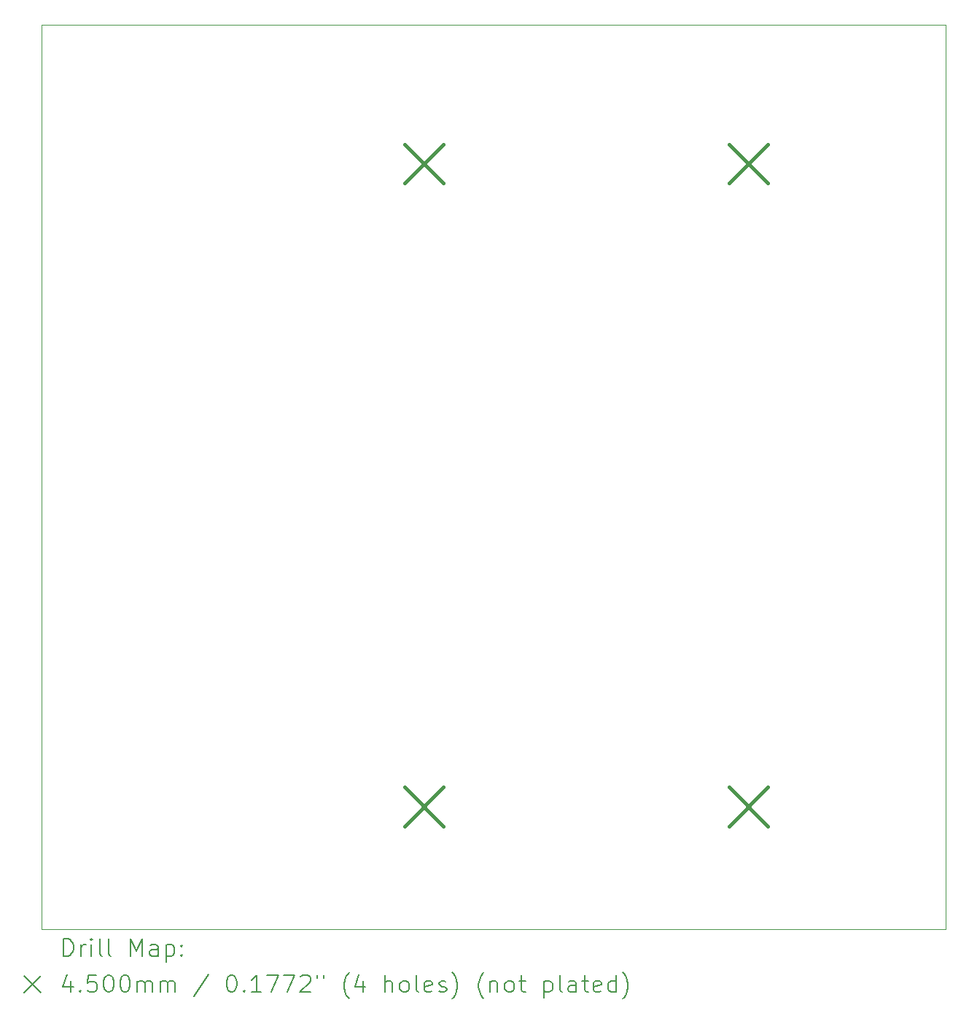
<source format=gbr>
%TF.GenerationSoftware,KiCad,Pcbnew,9.0.7-9.0.7~ubuntu24.04.1*%
%TF.CreationDate,2026-02-08T18:37:26+03:00*%
%TF.ProjectId,Linear_PowerSup_v1,4c696e65-6172-45f5-906f-776572537570,rev?*%
%TF.SameCoordinates,Original*%
%TF.FileFunction,Drillmap*%
%TF.FilePolarity,Positive*%
%FSLAX45Y45*%
G04 Gerber Fmt 4.5, Leading zero omitted, Abs format (unit mm)*
G04 Created by KiCad (PCBNEW 9.0.7-9.0.7~ubuntu24.04.1) date 2026-02-08 18:37:26*
%MOMM*%
%LPD*%
G01*
G04 APERTURE LIST*
%ADD10C,0.050000*%
%ADD11C,0.200000*%
%ADD12C,0.450000*%
G04 APERTURE END LIST*
D10*
X7000000Y-3900000D02*
X17500000Y-3900000D01*
X7000000Y-14400000D02*
X7000000Y-3900000D01*
X17500000Y-14400000D02*
X7000000Y-14400000D01*
X17500000Y-3900000D02*
X17500000Y-14400000D01*
D11*
D12*
X11215000Y-5292500D02*
X11665000Y-5742500D01*
X11665000Y-5292500D02*
X11215000Y-5742500D01*
X11215000Y-12755000D02*
X11665000Y-13205000D01*
X11665000Y-12755000D02*
X11215000Y-13205000D01*
X14985000Y-12755000D02*
X15435000Y-13205000D01*
X15435000Y-12755000D02*
X14985000Y-13205000D01*
X14985018Y-5294730D02*
X15435018Y-5744730D01*
X15435018Y-5294730D02*
X14985018Y-5744730D01*
D11*
X7258277Y-14713984D02*
X7258277Y-14513984D01*
X7258277Y-14513984D02*
X7305896Y-14513984D01*
X7305896Y-14513984D02*
X7334467Y-14523508D01*
X7334467Y-14523508D02*
X7353515Y-14542555D01*
X7353515Y-14542555D02*
X7363039Y-14561603D01*
X7363039Y-14561603D02*
X7372562Y-14599698D01*
X7372562Y-14599698D02*
X7372562Y-14628269D01*
X7372562Y-14628269D02*
X7363039Y-14666365D01*
X7363039Y-14666365D02*
X7353515Y-14685412D01*
X7353515Y-14685412D02*
X7334467Y-14704460D01*
X7334467Y-14704460D02*
X7305896Y-14713984D01*
X7305896Y-14713984D02*
X7258277Y-14713984D01*
X7458277Y-14713984D02*
X7458277Y-14580650D01*
X7458277Y-14618746D02*
X7467801Y-14599698D01*
X7467801Y-14599698D02*
X7477324Y-14590174D01*
X7477324Y-14590174D02*
X7496372Y-14580650D01*
X7496372Y-14580650D02*
X7515420Y-14580650D01*
X7582086Y-14713984D02*
X7582086Y-14580650D01*
X7582086Y-14513984D02*
X7572562Y-14523508D01*
X7572562Y-14523508D02*
X7582086Y-14533031D01*
X7582086Y-14533031D02*
X7591610Y-14523508D01*
X7591610Y-14523508D02*
X7582086Y-14513984D01*
X7582086Y-14513984D02*
X7582086Y-14533031D01*
X7705896Y-14713984D02*
X7686848Y-14704460D01*
X7686848Y-14704460D02*
X7677324Y-14685412D01*
X7677324Y-14685412D02*
X7677324Y-14513984D01*
X7810658Y-14713984D02*
X7791610Y-14704460D01*
X7791610Y-14704460D02*
X7782086Y-14685412D01*
X7782086Y-14685412D02*
X7782086Y-14513984D01*
X8039229Y-14713984D02*
X8039229Y-14513984D01*
X8039229Y-14513984D02*
X8105896Y-14656841D01*
X8105896Y-14656841D02*
X8172562Y-14513984D01*
X8172562Y-14513984D02*
X8172562Y-14713984D01*
X8353515Y-14713984D02*
X8353515Y-14609222D01*
X8353515Y-14609222D02*
X8343991Y-14590174D01*
X8343991Y-14590174D02*
X8324943Y-14580650D01*
X8324943Y-14580650D02*
X8286848Y-14580650D01*
X8286848Y-14580650D02*
X8267801Y-14590174D01*
X8353515Y-14704460D02*
X8334467Y-14713984D01*
X8334467Y-14713984D02*
X8286848Y-14713984D01*
X8286848Y-14713984D02*
X8267801Y-14704460D01*
X8267801Y-14704460D02*
X8258277Y-14685412D01*
X8258277Y-14685412D02*
X8258277Y-14666365D01*
X8258277Y-14666365D02*
X8267801Y-14647317D01*
X8267801Y-14647317D02*
X8286848Y-14637793D01*
X8286848Y-14637793D02*
X8334467Y-14637793D01*
X8334467Y-14637793D02*
X8353515Y-14628269D01*
X8448753Y-14580650D02*
X8448753Y-14780650D01*
X8448753Y-14590174D02*
X8467801Y-14580650D01*
X8467801Y-14580650D02*
X8505896Y-14580650D01*
X8505896Y-14580650D02*
X8524944Y-14590174D01*
X8524944Y-14590174D02*
X8534467Y-14599698D01*
X8534467Y-14599698D02*
X8543991Y-14618746D01*
X8543991Y-14618746D02*
X8543991Y-14675888D01*
X8543991Y-14675888D02*
X8534467Y-14694936D01*
X8534467Y-14694936D02*
X8524944Y-14704460D01*
X8524944Y-14704460D02*
X8505896Y-14713984D01*
X8505896Y-14713984D02*
X8467801Y-14713984D01*
X8467801Y-14713984D02*
X8448753Y-14704460D01*
X8629705Y-14694936D02*
X8639229Y-14704460D01*
X8639229Y-14704460D02*
X8629705Y-14713984D01*
X8629705Y-14713984D02*
X8620182Y-14704460D01*
X8620182Y-14704460D02*
X8629705Y-14694936D01*
X8629705Y-14694936D02*
X8629705Y-14713984D01*
X8629705Y-14590174D02*
X8639229Y-14599698D01*
X8639229Y-14599698D02*
X8629705Y-14609222D01*
X8629705Y-14609222D02*
X8620182Y-14599698D01*
X8620182Y-14599698D02*
X8629705Y-14590174D01*
X8629705Y-14590174D02*
X8629705Y-14609222D01*
X6797500Y-14942500D02*
X6997500Y-15142500D01*
X6997500Y-14942500D02*
X6797500Y-15142500D01*
X7343991Y-15000650D02*
X7343991Y-15133984D01*
X7296372Y-14924460D02*
X7248753Y-15067317D01*
X7248753Y-15067317D02*
X7372562Y-15067317D01*
X7448753Y-15114936D02*
X7458277Y-15124460D01*
X7458277Y-15124460D02*
X7448753Y-15133984D01*
X7448753Y-15133984D02*
X7439229Y-15124460D01*
X7439229Y-15124460D02*
X7448753Y-15114936D01*
X7448753Y-15114936D02*
X7448753Y-15133984D01*
X7639229Y-14933984D02*
X7543991Y-14933984D01*
X7543991Y-14933984D02*
X7534467Y-15029222D01*
X7534467Y-15029222D02*
X7543991Y-15019698D01*
X7543991Y-15019698D02*
X7563039Y-15010174D01*
X7563039Y-15010174D02*
X7610658Y-15010174D01*
X7610658Y-15010174D02*
X7629705Y-15019698D01*
X7629705Y-15019698D02*
X7639229Y-15029222D01*
X7639229Y-15029222D02*
X7648753Y-15048269D01*
X7648753Y-15048269D02*
X7648753Y-15095888D01*
X7648753Y-15095888D02*
X7639229Y-15114936D01*
X7639229Y-15114936D02*
X7629705Y-15124460D01*
X7629705Y-15124460D02*
X7610658Y-15133984D01*
X7610658Y-15133984D02*
X7563039Y-15133984D01*
X7563039Y-15133984D02*
X7543991Y-15124460D01*
X7543991Y-15124460D02*
X7534467Y-15114936D01*
X7772562Y-14933984D02*
X7791610Y-14933984D01*
X7791610Y-14933984D02*
X7810658Y-14943508D01*
X7810658Y-14943508D02*
X7820182Y-14953031D01*
X7820182Y-14953031D02*
X7829705Y-14972079D01*
X7829705Y-14972079D02*
X7839229Y-15010174D01*
X7839229Y-15010174D02*
X7839229Y-15057793D01*
X7839229Y-15057793D02*
X7829705Y-15095888D01*
X7829705Y-15095888D02*
X7820182Y-15114936D01*
X7820182Y-15114936D02*
X7810658Y-15124460D01*
X7810658Y-15124460D02*
X7791610Y-15133984D01*
X7791610Y-15133984D02*
X7772562Y-15133984D01*
X7772562Y-15133984D02*
X7753515Y-15124460D01*
X7753515Y-15124460D02*
X7743991Y-15114936D01*
X7743991Y-15114936D02*
X7734467Y-15095888D01*
X7734467Y-15095888D02*
X7724943Y-15057793D01*
X7724943Y-15057793D02*
X7724943Y-15010174D01*
X7724943Y-15010174D02*
X7734467Y-14972079D01*
X7734467Y-14972079D02*
X7743991Y-14953031D01*
X7743991Y-14953031D02*
X7753515Y-14943508D01*
X7753515Y-14943508D02*
X7772562Y-14933984D01*
X7963039Y-14933984D02*
X7982086Y-14933984D01*
X7982086Y-14933984D02*
X8001134Y-14943508D01*
X8001134Y-14943508D02*
X8010658Y-14953031D01*
X8010658Y-14953031D02*
X8020182Y-14972079D01*
X8020182Y-14972079D02*
X8029705Y-15010174D01*
X8029705Y-15010174D02*
X8029705Y-15057793D01*
X8029705Y-15057793D02*
X8020182Y-15095888D01*
X8020182Y-15095888D02*
X8010658Y-15114936D01*
X8010658Y-15114936D02*
X8001134Y-15124460D01*
X8001134Y-15124460D02*
X7982086Y-15133984D01*
X7982086Y-15133984D02*
X7963039Y-15133984D01*
X7963039Y-15133984D02*
X7943991Y-15124460D01*
X7943991Y-15124460D02*
X7934467Y-15114936D01*
X7934467Y-15114936D02*
X7924943Y-15095888D01*
X7924943Y-15095888D02*
X7915420Y-15057793D01*
X7915420Y-15057793D02*
X7915420Y-15010174D01*
X7915420Y-15010174D02*
X7924943Y-14972079D01*
X7924943Y-14972079D02*
X7934467Y-14953031D01*
X7934467Y-14953031D02*
X7943991Y-14943508D01*
X7943991Y-14943508D02*
X7963039Y-14933984D01*
X8115420Y-15133984D02*
X8115420Y-15000650D01*
X8115420Y-15019698D02*
X8124943Y-15010174D01*
X8124943Y-15010174D02*
X8143991Y-15000650D01*
X8143991Y-15000650D02*
X8172563Y-15000650D01*
X8172563Y-15000650D02*
X8191610Y-15010174D01*
X8191610Y-15010174D02*
X8201134Y-15029222D01*
X8201134Y-15029222D02*
X8201134Y-15133984D01*
X8201134Y-15029222D02*
X8210658Y-15010174D01*
X8210658Y-15010174D02*
X8229705Y-15000650D01*
X8229705Y-15000650D02*
X8258277Y-15000650D01*
X8258277Y-15000650D02*
X8277324Y-15010174D01*
X8277324Y-15010174D02*
X8286848Y-15029222D01*
X8286848Y-15029222D02*
X8286848Y-15133984D01*
X8382086Y-15133984D02*
X8382086Y-15000650D01*
X8382086Y-15019698D02*
X8391610Y-15010174D01*
X8391610Y-15010174D02*
X8410658Y-15000650D01*
X8410658Y-15000650D02*
X8439229Y-15000650D01*
X8439229Y-15000650D02*
X8458277Y-15010174D01*
X8458277Y-15010174D02*
X8467801Y-15029222D01*
X8467801Y-15029222D02*
X8467801Y-15133984D01*
X8467801Y-15029222D02*
X8477325Y-15010174D01*
X8477325Y-15010174D02*
X8496372Y-15000650D01*
X8496372Y-15000650D02*
X8524944Y-15000650D01*
X8524944Y-15000650D02*
X8543991Y-15010174D01*
X8543991Y-15010174D02*
X8553515Y-15029222D01*
X8553515Y-15029222D02*
X8553515Y-15133984D01*
X8943991Y-14924460D02*
X8772563Y-15181603D01*
X9201134Y-14933984D02*
X9220182Y-14933984D01*
X9220182Y-14933984D02*
X9239229Y-14943508D01*
X9239229Y-14943508D02*
X9248753Y-14953031D01*
X9248753Y-14953031D02*
X9258277Y-14972079D01*
X9258277Y-14972079D02*
X9267801Y-15010174D01*
X9267801Y-15010174D02*
X9267801Y-15057793D01*
X9267801Y-15057793D02*
X9258277Y-15095888D01*
X9258277Y-15095888D02*
X9248753Y-15114936D01*
X9248753Y-15114936D02*
X9239229Y-15124460D01*
X9239229Y-15124460D02*
X9220182Y-15133984D01*
X9220182Y-15133984D02*
X9201134Y-15133984D01*
X9201134Y-15133984D02*
X9182087Y-15124460D01*
X9182087Y-15124460D02*
X9172563Y-15114936D01*
X9172563Y-15114936D02*
X9163039Y-15095888D01*
X9163039Y-15095888D02*
X9153515Y-15057793D01*
X9153515Y-15057793D02*
X9153515Y-15010174D01*
X9153515Y-15010174D02*
X9163039Y-14972079D01*
X9163039Y-14972079D02*
X9172563Y-14953031D01*
X9172563Y-14953031D02*
X9182087Y-14943508D01*
X9182087Y-14943508D02*
X9201134Y-14933984D01*
X9353515Y-15114936D02*
X9363039Y-15124460D01*
X9363039Y-15124460D02*
X9353515Y-15133984D01*
X9353515Y-15133984D02*
X9343991Y-15124460D01*
X9343991Y-15124460D02*
X9353515Y-15114936D01*
X9353515Y-15114936D02*
X9353515Y-15133984D01*
X9553515Y-15133984D02*
X9439229Y-15133984D01*
X9496372Y-15133984D02*
X9496372Y-14933984D01*
X9496372Y-14933984D02*
X9477325Y-14962555D01*
X9477325Y-14962555D02*
X9458277Y-14981603D01*
X9458277Y-14981603D02*
X9439229Y-14991127D01*
X9620182Y-14933984D02*
X9753515Y-14933984D01*
X9753515Y-14933984D02*
X9667801Y-15133984D01*
X9810658Y-14933984D02*
X9943991Y-14933984D01*
X9943991Y-14933984D02*
X9858277Y-15133984D01*
X10010658Y-14953031D02*
X10020182Y-14943508D01*
X10020182Y-14943508D02*
X10039229Y-14933984D01*
X10039229Y-14933984D02*
X10086849Y-14933984D01*
X10086849Y-14933984D02*
X10105896Y-14943508D01*
X10105896Y-14943508D02*
X10115420Y-14953031D01*
X10115420Y-14953031D02*
X10124944Y-14972079D01*
X10124944Y-14972079D02*
X10124944Y-14991127D01*
X10124944Y-14991127D02*
X10115420Y-15019698D01*
X10115420Y-15019698D02*
X10001134Y-15133984D01*
X10001134Y-15133984D02*
X10124944Y-15133984D01*
X10201134Y-14933984D02*
X10201134Y-14972079D01*
X10277325Y-14933984D02*
X10277325Y-14972079D01*
X10572563Y-15210174D02*
X10563039Y-15200650D01*
X10563039Y-15200650D02*
X10543991Y-15172079D01*
X10543991Y-15172079D02*
X10534468Y-15153031D01*
X10534468Y-15153031D02*
X10524944Y-15124460D01*
X10524944Y-15124460D02*
X10515420Y-15076841D01*
X10515420Y-15076841D02*
X10515420Y-15038746D01*
X10515420Y-15038746D02*
X10524944Y-14991127D01*
X10524944Y-14991127D02*
X10534468Y-14962555D01*
X10534468Y-14962555D02*
X10543991Y-14943508D01*
X10543991Y-14943508D02*
X10563039Y-14914936D01*
X10563039Y-14914936D02*
X10572563Y-14905412D01*
X10734468Y-15000650D02*
X10734468Y-15133984D01*
X10686849Y-14924460D02*
X10639230Y-15067317D01*
X10639230Y-15067317D02*
X10763039Y-15067317D01*
X10991611Y-15133984D02*
X10991611Y-14933984D01*
X11077325Y-15133984D02*
X11077325Y-15029222D01*
X11077325Y-15029222D02*
X11067801Y-15010174D01*
X11067801Y-15010174D02*
X11048753Y-15000650D01*
X11048753Y-15000650D02*
X11020182Y-15000650D01*
X11020182Y-15000650D02*
X11001134Y-15010174D01*
X11001134Y-15010174D02*
X10991611Y-15019698D01*
X11201134Y-15133984D02*
X11182087Y-15124460D01*
X11182087Y-15124460D02*
X11172563Y-15114936D01*
X11172563Y-15114936D02*
X11163039Y-15095888D01*
X11163039Y-15095888D02*
X11163039Y-15038746D01*
X11163039Y-15038746D02*
X11172563Y-15019698D01*
X11172563Y-15019698D02*
X11182087Y-15010174D01*
X11182087Y-15010174D02*
X11201134Y-15000650D01*
X11201134Y-15000650D02*
X11229706Y-15000650D01*
X11229706Y-15000650D02*
X11248753Y-15010174D01*
X11248753Y-15010174D02*
X11258277Y-15019698D01*
X11258277Y-15019698D02*
X11267801Y-15038746D01*
X11267801Y-15038746D02*
X11267801Y-15095888D01*
X11267801Y-15095888D02*
X11258277Y-15114936D01*
X11258277Y-15114936D02*
X11248753Y-15124460D01*
X11248753Y-15124460D02*
X11229706Y-15133984D01*
X11229706Y-15133984D02*
X11201134Y-15133984D01*
X11382087Y-15133984D02*
X11363039Y-15124460D01*
X11363039Y-15124460D02*
X11353515Y-15105412D01*
X11353515Y-15105412D02*
X11353515Y-14933984D01*
X11534468Y-15124460D02*
X11515420Y-15133984D01*
X11515420Y-15133984D02*
X11477325Y-15133984D01*
X11477325Y-15133984D02*
X11458277Y-15124460D01*
X11458277Y-15124460D02*
X11448753Y-15105412D01*
X11448753Y-15105412D02*
X11448753Y-15029222D01*
X11448753Y-15029222D02*
X11458277Y-15010174D01*
X11458277Y-15010174D02*
X11477325Y-15000650D01*
X11477325Y-15000650D02*
X11515420Y-15000650D01*
X11515420Y-15000650D02*
X11534468Y-15010174D01*
X11534468Y-15010174D02*
X11543991Y-15029222D01*
X11543991Y-15029222D02*
X11543991Y-15048269D01*
X11543991Y-15048269D02*
X11448753Y-15067317D01*
X11620182Y-15124460D02*
X11639230Y-15133984D01*
X11639230Y-15133984D02*
X11677325Y-15133984D01*
X11677325Y-15133984D02*
X11696372Y-15124460D01*
X11696372Y-15124460D02*
X11705896Y-15105412D01*
X11705896Y-15105412D02*
X11705896Y-15095888D01*
X11705896Y-15095888D02*
X11696372Y-15076841D01*
X11696372Y-15076841D02*
X11677325Y-15067317D01*
X11677325Y-15067317D02*
X11648753Y-15067317D01*
X11648753Y-15067317D02*
X11629706Y-15057793D01*
X11629706Y-15057793D02*
X11620182Y-15038746D01*
X11620182Y-15038746D02*
X11620182Y-15029222D01*
X11620182Y-15029222D02*
X11629706Y-15010174D01*
X11629706Y-15010174D02*
X11648753Y-15000650D01*
X11648753Y-15000650D02*
X11677325Y-15000650D01*
X11677325Y-15000650D02*
X11696372Y-15010174D01*
X11772563Y-15210174D02*
X11782087Y-15200650D01*
X11782087Y-15200650D02*
X11801134Y-15172079D01*
X11801134Y-15172079D02*
X11810658Y-15153031D01*
X11810658Y-15153031D02*
X11820182Y-15124460D01*
X11820182Y-15124460D02*
X11829706Y-15076841D01*
X11829706Y-15076841D02*
X11829706Y-15038746D01*
X11829706Y-15038746D02*
X11820182Y-14991127D01*
X11820182Y-14991127D02*
X11810658Y-14962555D01*
X11810658Y-14962555D02*
X11801134Y-14943508D01*
X11801134Y-14943508D02*
X11782087Y-14914936D01*
X11782087Y-14914936D02*
X11772563Y-14905412D01*
X12134468Y-15210174D02*
X12124944Y-15200650D01*
X12124944Y-15200650D02*
X12105896Y-15172079D01*
X12105896Y-15172079D02*
X12096372Y-15153031D01*
X12096372Y-15153031D02*
X12086849Y-15124460D01*
X12086849Y-15124460D02*
X12077325Y-15076841D01*
X12077325Y-15076841D02*
X12077325Y-15038746D01*
X12077325Y-15038746D02*
X12086849Y-14991127D01*
X12086849Y-14991127D02*
X12096372Y-14962555D01*
X12096372Y-14962555D02*
X12105896Y-14943508D01*
X12105896Y-14943508D02*
X12124944Y-14914936D01*
X12124944Y-14914936D02*
X12134468Y-14905412D01*
X12210658Y-15000650D02*
X12210658Y-15133984D01*
X12210658Y-15019698D02*
X12220182Y-15010174D01*
X12220182Y-15010174D02*
X12239230Y-15000650D01*
X12239230Y-15000650D02*
X12267801Y-15000650D01*
X12267801Y-15000650D02*
X12286849Y-15010174D01*
X12286849Y-15010174D02*
X12296372Y-15029222D01*
X12296372Y-15029222D02*
X12296372Y-15133984D01*
X12420182Y-15133984D02*
X12401134Y-15124460D01*
X12401134Y-15124460D02*
X12391611Y-15114936D01*
X12391611Y-15114936D02*
X12382087Y-15095888D01*
X12382087Y-15095888D02*
X12382087Y-15038746D01*
X12382087Y-15038746D02*
X12391611Y-15019698D01*
X12391611Y-15019698D02*
X12401134Y-15010174D01*
X12401134Y-15010174D02*
X12420182Y-15000650D01*
X12420182Y-15000650D02*
X12448753Y-15000650D01*
X12448753Y-15000650D02*
X12467801Y-15010174D01*
X12467801Y-15010174D02*
X12477325Y-15019698D01*
X12477325Y-15019698D02*
X12486849Y-15038746D01*
X12486849Y-15038746D02*
X12486849Y-15095888D01*
X12486849Y-15095888D02*
X12477325Y-15114936D01*
X12477325Y-15114936D02*
X12467801Y-15124460D01*
X12467801Y-15124460D02*
X12448753Y-15133984D01*
X12448753Y-15133984D02*
X12420182Y-15133984D01*
X12543992Y-15000650D02*
X12620182Y-15000650D01*
X12572563Y-14933984D02*
X12572563Y-15105412D01*
X12572563Y-15105412D02*
X12582087Y-15124460D01*
X12582087Y-15124460D02*
X12601134Y-15133984D01*
X12601134Y-15133984D02*
X12620182Y-15133984D01*
X12839230Y-15000650D02*
X12839230Y-15200650D01*
X12839230Y-15010174D02*
X12858277Y-15000650D01*
X12858277Y-15000650D02*
X12896373Y-15000650D01*
X12896373Y-15000650D02*
X12915420Y-15010174D01*
X12915420Y-15010174D02*
X12924944Y-15019698D01*
X12924944Y-15019698D02*
X12934468Y-15038746D01*
X12934468Y-15038746D02*
X12934468Y-15095888D01*
X12934468Y-15095888D02*
X12924944Y-15114936D01*
X12924944Y-15114936D02*
X12915420Y-15124460D01*
X12915420Y-15124460D02*
X12896373Y-15133984D01*
X12896373Y-15133984D02*
X12858277Y-15133984D01*
X12858277Y-15133984D02*
X12839230Y-15124460D01*
X13048753Y-15133984D02*
X13029706Y-15124460D01*
X13029706Y-15124460D02*
X13020182Y-15105412D01*
X13020182Y-15105412D02*
X13020182Y-14933984D01*
X13210658Y-15133984D02*
X13210658Y-15029222D01*
X13210658Y-15029222D02*
X13201134Y-15010174D01*
X13201134Y-15010174D02*
X13182087Y-15000650D01*
X13182087Y-15000650D02*
X13143992Y-15000650D01*
X13143992Y-15000650D02*
X13124944Y-15010174D01*
X13210658Y-15124460D02*
X13191611Y-15133984D01*
X13191611Y-15133984D02*
X13143992Y-15133984D01*
X13143992Y-15133984D02*
X13124944Y-15124460D01*
X13124944Y-15124460D02*
X13115420Y-15105412D01*
X13115420Y-15105412D02*
X13115420Y-15086365D01*
X13115420Y-15086365D02*
X13124944Y-15067317D01*
X13124944Y-15067317D02*
X13143992Y-15057793D01*
X13143992Y-15057793D02*
X13191611Y-15057793D01*
X13191611Y-15057793D02*
X13210658Y-15048269D01*
X13277325Y-15000650D02*
X13353515Y-15000650D01*
X13305896Y-14933984D02*
X13305896Y-15105412D01*
X13305896Y-15105412D02*
X13315420Y-15124460D01*
X13315420Y-15124460D02*
X13334468Y-15133984D01*
X13334468Y-15133984D02*
X13353515Y-15133984D01*
X13496373Y-15124460D02*
X13477325Y-15133984D01*
X13477325Y-15133984D02*
X13439230Y-15133984D01*
X13439230Y-15133984D02*
X13420182Y-15124460D01*
X13420182Y-15124460D02*
X13410658Y-15105412D01*
X13410658Y-15105412D02*
X13410658Y-15029222D01*
X13410658Y-15029222D02*
X13420182Y-15010174D01*
X13420182Y-15010174D02*
X13439230Y-15000650D01*
X13439230Y-15000650D02*
X13477325Y-15000650D01*
X13477325Y-15000650D02*
X13496373Y-15010174D01*
X13496373Y-15010174D02*
X13505896Y-15029222D01*
X13505896Y-15029222D02*
X13505896Y-15048269D01*
X13505896Y-15048269D02*
X13410658Y-15067317D01*
X13677325Y-15133984D02*
X13677325Y-14933984D01*
X13677325Y-15124460D02*
X13658277Y-15133984D01*
X13658277Y-15133984D02*
X13620182Y-15133984D01*
X13620182Y-15133984D02*
X13601134Y-15124460D01*
X13601134Y-15124460D02*
X13591611Y-15114936D01*
X13591611Y-15114936D02*
X13582087Y-15095888D01*
X13582087Y-15095888D02*
X13582087Y-15038746D01*
X13582087Y-15038746D02*
X13591611Y-15019698D01*
X13591611Y-15019698D02*
X13601134Y-15010174D01*
X13601134Y-15010174D02*
X13620182Y-15000650D01*
X13620182Y-15000650D02*
X13658277Y-15000650D01*
X13658277Y-15000650D02*
X13677325Y-15010174D01*
X13753515Y-15210174D02*
X13763039Y-15200650D01*
X13763039Y-15200650D02*
X13782087Y-15172079D01*
X13782087Y-15172079D02*
X13791611Y-15153031D01*
X13791611Y-15153031D02*
X13801134Y-15124460D01*
X13801134Y-15124460D02*
X13810658Y-15076841D01*
X13810658Y-15076841D02*
X13810658Y-15038746D01*
X13810658Y-15038746D02*
X13801134Y-14991127D01*
X13801134Y-14991127D02*
X13791611Y-14962555D01*
X13791611Y-14962555D02*
X13782087Y-14943508D01*
X13782087Y-14943508D02*
X13763039Y-14914936D01*
X13763039Y-14914936D02*
X13753515Y-14905412D01*
M02*

</source>
